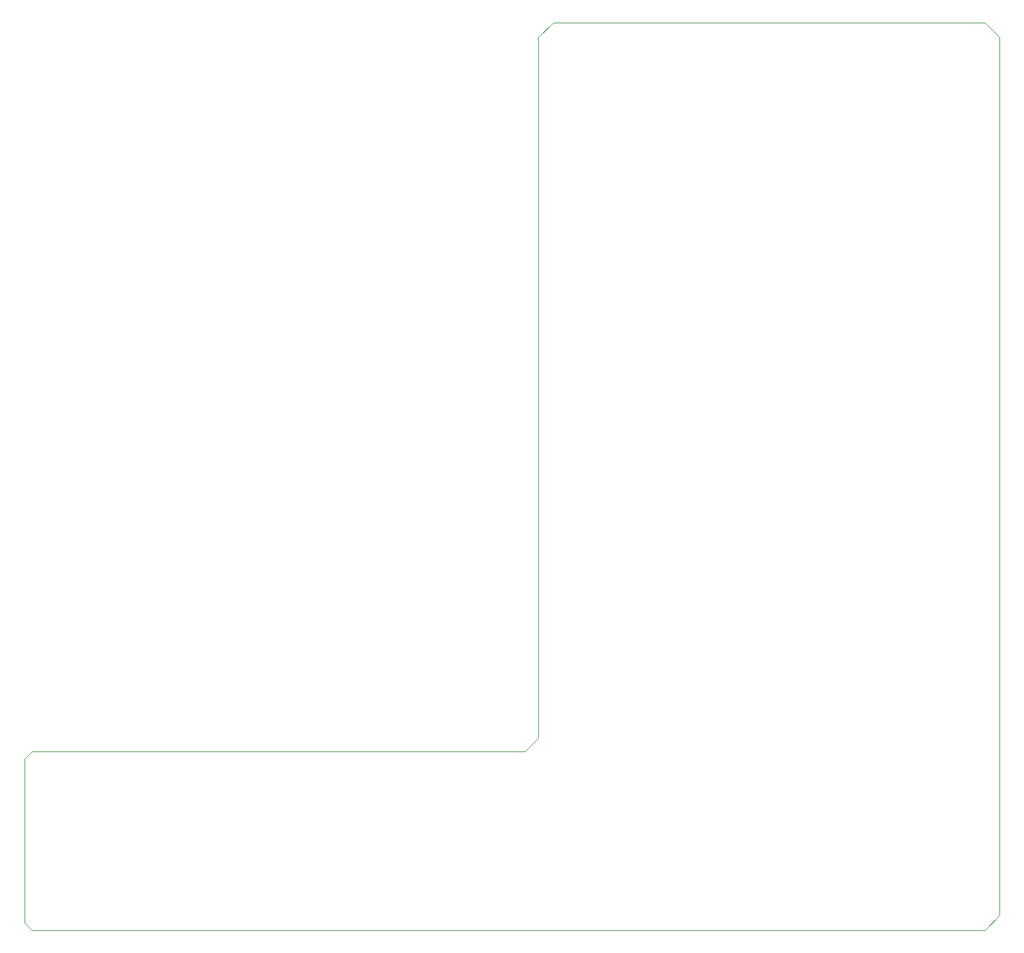
<source format=gm1>
G04 #@! TF.GenerationSoftware,KiCad,Pcbnew,8.0.8-8.0.8-0~ubuntu22.04.1*
G04 #@! TF.CreationDate,2025-02-11T23:42:30+01:00*
G04 #@! TF.ProjectId,aovv_rev_0,616f7676-5f72-4657-965f-302e6b696361,rev?*
G04 #@! TF.SameCoordinates,Original*
G04 #@! TF.FileFunction,Profile,NP*
%FSLAX46Y46*%
G04 Gerber Fmt 4.6, Leading zero omitted, Abs format (unit mm)*
G04 Created by KiCad (PCBNEW 8.0.8-8.0.8-0~ubuntu22.04.1) date 2025-02-11 23:42:30*
%MOMM*%
%LPD*%
G01*
G04 APERTURE LIST*
G04 #@! TA.AperFunction,Profile*
%ADD10C,0.050000*%
G04 #@! TD*
G04 APERTURE END LIST*
D10*
X155000000Y-39000000D02*
X199000000Y-39000000D01*
X215000000Y-157000000D02*
X215000000Y-159000000D01*
X215000000Y-159000000D02*
X213000000Y-161000000D01*
X215000000Y-41000000D02*
X213000000Y-39000000D01*
X213000000Y-39000000D02*
X199000000Y-39000000D01*
X84000000Y-138000000D02*
X85000000Y-137000000D01*
X84000000Y-160000000D02*
X84000000Y-138000000D01*
X151200000Y-137000000D02*
X85000000Y-137000000D01*
X85000000Y-161000000D02*
X84000000Y-160000000D01*
X213000000Y-161000000D02*
X85000000Y-161000000D01*
X153000000Y-41000000D02*
X153000000Y-135000000D01*
X215000000Y-41000000D02*
X215000000Y-157000000D01*
X153000000Y-41000000D02*
X155000000Y-39000000D01*
X151200000Y-137000000D02*
X153000000Y-135200000D01*
X153000000Y-135000000D02*
X153000000Y-135200000D01*
M02*

</source>
